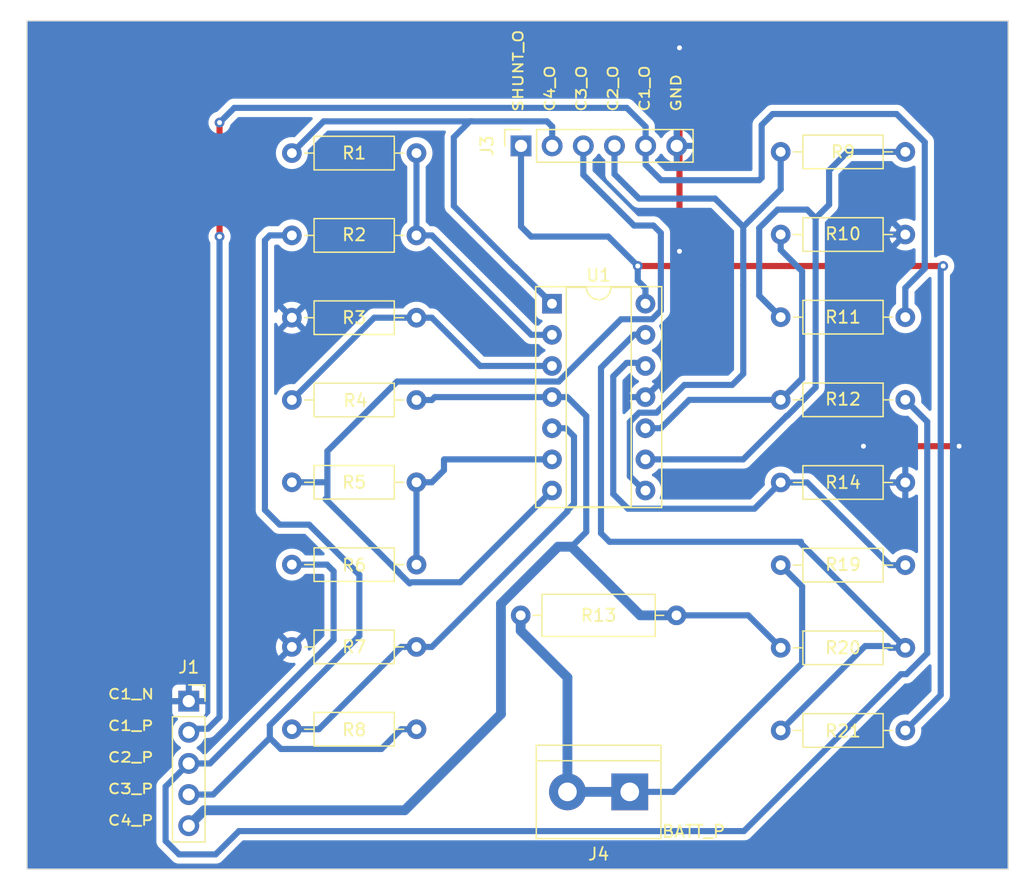
<source format=kicad_pcb>
(kicad_pcb (version 20221018) (generator pcbnew)
  (title_block (title "Multi cells voltage and current meter") (date "2023-11-09") (rev "1.4") (company "@Siyuan Xu"))
  (layers (0 "F.Cu" signal) (31 "B.Cu" signal) (34 "B.Paste" user) (35 "F.Paste" user) (36 "B.SilkS" user "B.Silkscreen") (37 "F.SilkS" user "F.Silkscreen") (38 "B.Mask" user) (39 "F.Mask" user) (44 "Edge.Cuts" user))
  (net 0 "")
  (net 1 "0")
  (net 2 "/C1_OUT")
  (net 3 "/C2_P")
  (net 4 "/C3_P")
  (net 5 "/C4_P")
  (net 6 "/BATT_P_OUT")
  (net 7 "/SHUNT_OUT")
  (net 8 "/C4_OUT")
  (net 9 "/C3_OUT")
  (net 10 "/C2_OUT")
  (net 11 "Net-(U1A--)")
  (net 12 "Net-(U1A-+)")
  (net 13 "Net-(U1B--)")
  (net 14 "Net-(U1B-+)")
  (net 15 "Net-(U1C--)")
  (net 16 "Net-(U1C-+)")
  (net 17 "Net-(U1D-+)")
  (net 18 "Net-(U1D--)")
  (footprint "Resistor_THT:R_Axial_DIN0207_L6.3mm_D2.5mm_P10.16mm_Horizontal" (layer "F.Cu") (at 251.1525 113.5178)
    (fp_text reference "R12" (at 5.08 -0.05) (layer "F.SilkS"))
    (fp_text value "20K")
    (fp_line (start 1.04 0) (end 1.81 0) (stroke (width 0.12)) (layer "F.SilkS"))
    (fp_line (start 1.81 -1.37) (end 1.81 1.37) (stroke (width 0.12)) (layer "F.SilkS"))
    (fp_line (start 1.81 1.37) (end 8.35 1.37) (stroke (width 0.12)) (layer "F.SilkS"))
    (fp_line (start 8.35 -1.37) (end 1.81 -1.37) (stroke (width 0.12)) (layer "F.SilkS"))
    (fp_line (start 8.35 1.37) (end 8.35 -1.37) (stroke (width 0.12)) (layer "F.SilkS"))
    (fp_line (start 9.12 0) (end 8.35 0) (stroke (width 0.12)) (layer "F.SilkS"))
    (pad "1" thru_hole circle (at 0 0) (size 1.6 1.6) (drill 0.8) (layers "*.Cu" "*.Mask") (net 16 "Net-(U1C-+)"))
    (pad "2" thru_hole oval (at 10.16 0) (size 1.6 1.6) (drill 0.8) (layers "*.Cu" "*.Mask") (net 3 "/C2_P"))
  )
  (footprint "Resistor_THT:R_Axial_DIN0309_L9.0mm_D3.2mm_P12.70mm_Horizontal" (layer "F.Cu") (at 242.655 131.1 180)
    (fp_text reference "R13" (at 6.35 0 180) (layer "F.SilkS"))
    (fp_text value "0.01")
    (fp_line (start 1.04 0) (end 1.73 0) (stroke (width 0.12)) (layer "F.SilkS"))
    (fp_line (start 1.73 -1.72) (end 1.73 1.72) (stroke (width 0.12)) (layer "F.SilkS"))
    (fp_line (start 1.73 1.72) (end 10.97 1.72) (stroke (width 0.12)) (layer "F.SilkS"))
    (fp_line (start 10.97 -1.72) (end 1.73 -1.72) (stroke (width 0.12)) (layer "F.SilkS"))
    (fp_line (start 10.97 1.72) (end 10.97 -1.72) (stroke (width 0.12)) (layer "F.SilkS"))
    (fp_line (start 11.66 0) (end 10.97 0) (stroke (width 0.12)) (layer "F.SilkS"))
    (pad "1" thru_hole circle (at 0 0 180) (size 1.6 1.6) (drill 0.8) (layers "*.Cu" "*.Mask") (net 5 "/C4_P"))
    (pad "2" thru_hole oval (at 12.7 0 180) (size 1.6 1.6) (drill 0.8) (layers "*.Cu" "*.Mask") (net 6 "/BATT_P_OUT"))
  )
  (footprint "VAMK_CON:SOCKET_1x6" (layer "F.Cu") (at 229.98 92.8 90)
    (fp_text reference "J3" (at 0 -2.77 90) (layer "F.SilkS"))
    (fp_text value "Conn_01x06_Socket" hide)
    (fp_line (start -1.33 1.27) (end -1.33 14.03) (stroke (width 0.12)) (layer "F.SilkS"))
    (fp_line (start -1.33 1.27) (end 1.33 1.27) (stroke (width 0.12)) (layer "F.SilkS"))
    (fp_line (start -1.33 14.03) (end 1.33 14.03) (stroke (width 0.12)) (layer "F.SilkS"))
    (fp_line (start 0 -1.33) (end 1.33 -1.33) (stroke (width 0.12)) (layer "F.SilkS"))
    (fp_line (start 1.33 -1.33) (end 1.33 0) (stroke (width 0.12)) (layer "F.SilkS"))
    (fp_line (start 1.33 1.27) (end 1.33 14.03) (stroke (width 0.12)) (layer "F.SilkS"))
    (pad "1" thru_hole rect (at 0 0 90) (size 1.7 1.7) (drill 1) (layers "*.Cu" "*.Mask") (net 7 "/SHUNT_OUT"))
    (pad "2" thru_hole oval (at 0 2.54 90) (size 1.7 1.7) (drill 1) (layers "*.Cu" "*.Mask") (net 8 "/C4_OUT"))
    (pad "3" thru_hole oval (at 0 5.08 90) (size 1.7 1.7) (drill 1) (layers "*.Cu" "*.Mask") (net 9 "/C3_OUT"))
    (pad "4" thru_hole oval (at 0 7.62 90) (size 1.7 1.7) (drill 1) (layers "*.Cu" "*.Mask") (net 10 "/C2_OUT"))
    (pad "5" thru_hole oval (at 0 10.16 90) (size 1.7 1.7) (drill 1) (layers "*.Cu" "*.Mask") (net 2 "/C1_OUT"))
    (pad "6" thru_hole oval (at 0 12.7 90) (size 1.7 1.7) (drill 1) (layers "*.Cu" "*.Mask") (net 1 "0"))
  )
  (footprint "Resistor_THT:R_Axial_DIN0207_L6.3mm_D2.5mm_P10.16mm_Horizontal" (layer "F.Cu") (at 251.1525 127.0035)
    (fp_text reference "R19" (at 5.08 -0.05) (layer "F.SilkS"))
    (fp_text value "20K")
    (fp_line (start 1.04 0) (end 1.81 0) (stroke (width 0.12)) (layer "F.SilkS"))
    (fp_line (start 1.81 -1.37) (end 1.81 1.37) (stroke (width 0.12)) (layer "F.SilkS"))
    (fp_line (start 1.81 1.37) (end 8.35 1.37) (stroke (width 0.12)) (layer "F.SilkS"))
    (fp_line (start 8.35 -1.37) (end 1.81 -1.37) (stroke (width 0.12)) (layer "F.SilkS"))
    (fp_line (start 8.35 1.37) (end 8.35 -1.37) (stroke (width 0.12)) (layer "F.SilkS"))
    (fp_line (start 9.12 0) (end 8.35 0) (stroke (width 0.12)) (layer "F.SilkS"))
    (pad "1" thru_hole circle (at 0 0) (size 1.6 1.6) (drill 0.8) (layers "*.Cu" "*.Mask") (net 6 "/BATT_P_OUT"))
    (pad "2" thru_hole oval (at 10.16 0) (size 1.6 1.6) (drill 0.8) (layers "*.Cu" "*.Mask") (net 17 "Net-(U1D-+)"))
  )
  (footprint "Resistor_THT:R_Axial_DIN0207_L6.3mm_D2.5mm_P10.16mm_Horizontal" (layer "F.Cu") (at 211.2975 113.5321)
    (fp_text reference "R4" (at 5.18 0.05) (layer "F.SilkS"))
    (fp_text value "20K")
    (fp_line (start 1.04 0) (end 1.81 0) (stroke (width 0.12)) (layer "F.SilkS"))
    (fp_line (start 1.81 -1.37) (end 1.81 1.37) (stroke (width 0.12)) (layer "F.SilkS"))
    (fp_line (start 1.81 1.37) (end 8.35 1.37) (stroke (width 0.12)) (layer "F.SilkS"))
    (fp_line (start 8.35 -1.37) (end 1.81 -1.37) (stroke (width 0.12)) (layer "F.SilkS"))
    (fp_line (start 8.35 1.37) (end 8.35 -1.37) (stroke (width 0.12)) (layer "F.SilkS"))
    (fp_line (start 9.12 0) (end 8.35 0) (stroke (width 0.12)) (layer "F.SilkS"))
    (pad "1" thru_hole circle (at 0 0) (size 1.6 1.6) (drill 0.8) (layers "*.Cu" "*.Mask") (net 12 "Net-(U1A-+)"))
    (pad "2" thru_hole oval (at 10.16 0) (size 1.6 1.6) (drill 0.8) (layers "*.Cu" "*.Mask") (net 5 "/C4_P"))
  )
  (footprint "Resistor_THT:R_Axial_DIN0207_L6.3mm_D2.5mm_P10.16mm_Horizontal" (layer "F.Cu") (at 211.2975 106.8178)
    (fp_text reference "R3" (at 5.08 0) (layer "F.SilkS"))
    (fp_text value "16K")
    (fp_line (start 1.04 0) (end 1.81 0) (stroke (width 0.12)) (layer "F.SilkS"))
    (fp_line (start 1.81 -1.37) (end 1.81 1.37) (stroke (width 0.12)) (layer "F.SilkS"))
    (fp_line (start 1.81 1.37) (end 8.35 1.37) (stroke (width 0.12)) (layer "F.SilkS"))
    (fp_line (start 8.35 -1.37) (end 1.81 -1.37) (stroke (width 0.12)) (layer "F.SilkS"))
    (fp_line (start 8.35 1.37) (end 8.35 -1.37) (stroke (width 0.12)) (layer "F.SilkS"))
    (fp_line (start 9.12 0) (end 8.35 0) (stroke (width 0.12)) (layer "F.SilkS"))
    (pad "1" thru_hole circle (at 0 0) (size 1.6 1.6) (drill 0.8) (layers "*.Cu" "*.Mask") (net 1 "0"))
    (pad "2" thru_hole oval (at 10.16 0) (size 1.6 1.6) (drill 0.8) (layers "*.Cu" "*.Mask") (net 12 "Net-(U1A-+)"))
  )
  (footprint "Resistor_THT:R_Axial_DIN0207_L6.3mm_D2.5mm_P10.16mm_Horizontal" (layer "F.Cu") (at 211.2975 140.3892)
    (fp_text reference "R8" (at 5.08 0.05) (layer "F.SilkS"))
    (fp_text value "20K")
    (fp_line (start 1.04 0) (end 1.81 0) (stroke (width 0.12)) (layer "F.SilkS"))
    (fp_line (start 1.81 -1.37) (end 1.81 1.37) (stroke (width 0.12)) (layer "F.SilkS"))
    (fp_line (start 1.81 1.37) (end 8.35 1.37) (stroke (width 0.12)) (layer "F.SilkS"))
    (fp_line (start 8.35 -1.37) (end 1.81 -1.37) (stroke (width 0.12)) (layer "F.SilkS"))
    (fp_line (start 8.35 1.37) (end 8.35 -1.37) (stroke (width 0.12)) (layer "F.SilkS"))
    (fp_line (start 9.12 0) (end 8.35 0) (stroke (width 0.12)) (layer "F.SilkS"))
    (pad "1" thru_hole circle (at 0 0) (size 1.6 1.6) (drill 0.8) (layers "*.Cu" "*.Mask") (net 14 "Net-(U1B-+)"))
    (pad "2" thru_hole oval (at 10.16 0) (size 1.6 1.6) (drill 0.8) (layers "*.Cu" "*.Mask") (net 4 "/C3_P"))
  )
  (footprint "Package_DIP:DIP-14_W7.62mm_Socket" (layer "F.Cu") (at 232.505 105.675)
    (fp_text reference "U1" (at 3.81 -2.33) (layer "F.SilkS"))
    (fp_text value "LM324")
    (fp_line (start -1.33 -1.39) (end -1.33 16.63) (stroke (width 0.12)) (layer "F.SilkS"))
    (fp_line (start -1.33 16.63) (end 8.95 16.63) (stroke (width 0.12)) (layer "F.SilkS"))
    (fp_line (start 1.16 -1.33) (end 1.16 16.57) (stroke (width 0.12)) (layer "F.SilkS"))
    (fp_line (start 1.16 16.57) (end 6.46 16.57) (stroke (width 0.12)) (layer "F.SilkS"))
    (fp_line (start 2.81 -1.33) (end 1.16 -1.33) (stroke (width 0.12)) (layer "F.SilkS"))
    (fp_line (start 6.46 -1.33) (end 4.81 -1.33) (stroke (width 0.12)) (layer "F.SilkS"))
    (fp_line (start 6.46 16.57) (end 6.46 -1.33) (stroke (width 0.12)) (layer "F.SilkS"))
    (fp_line (start 8.95 -1.39) (end -1.33 -1.39) (stroke (width 0.12)) (layer "F.SilkS"))
    (fp_line (start 8.95 16.63) (end 8.95 -1.39) (stroke (width 0.12)) (layer "F.SilkS"))
    (fp_arc (start 4.81 -1.33) (mid 3.81 -0.33) (end 2.81 -1.33) (stroke (width 0.12)) (layer "F.SilkS"))
    (pad "1" thru_hole rect (at 0 0) (size 1.6 1.6) (drill 0.8) (layers "*.Cu" "*.Mask") (net 8 "/C4_OUT"))
    (pad "2" thru_hole oval (at 0 2.54) (size 1.6 1.6) (drill 0.8) (layers "*.Cu" "*.Mask") (net 11 "Net-(U1A--)"))
    (pad "3" thru_hole oval (at 0 5.08) (size 1.6 1.6) (drill 0.8) (layers "*.Cu" "*.Mask") (net 12 "Net-(U1A-+)"))
    (pad "4" thru_hole oval (at 0 7.62) (size 1.6 1.6) (drill 0.8) (layers "*.Cu" "*.Mask") (net 5 "/C4_P"))
    (pad "5" thru_hole oval (at 0 10.16) (size 1.6 1.6) (drill 0.8) (layers "*.Cu" "*.Mask") (net 14 "Net-(U1B-+)"))
    (pad "6" thru_hole oval (at 0 12.7) (size 1.6 1.6) (drill 0.8) (layers "*.Cu" "*.Mask") (net 13 "Net-(U1B--)"))
    (pad "7" thru_hole oval (at 0 15.24) (size 1.6 1.6) (drill 0.8) (layers "*.Cu" "*.Mask") (net 9 "/C3_OUT"))
    (pad "8" thru_hole oval (at 7.62 15.24) (size 1.6 1.6) (drill 0.8) (layers "*.Cu" "*.Mask") (net 10 "/C2_OUT"))
    (pad "9" thru_hole oval (at 7.62 12.7) (size 1.6 1.6) (drill 0.8) (layers "*.Cu" "*.Mask") (net 15 "Net-(U1C--)"))
    (pad "10" thru_hole oval (at 7.62 10.16) (size 1.6 1.6) (drill 0.8) (layers "*.Cu" "*.Mask") (net 16 "Net-(U1C-+)"))
    (pad "11" thru_hole oval (at 7.62 7.62) (size 1.6 1.6) (drill 0.8) (layers "*.Cu" "*.Mask") (net 1 "0"))
    (pad "12" thru_hole oval (at 7.62 5.08) (size 1.6 1.6) (drill 0.8) (layers "*.Cu" "*.Mask") (net 17 "Net-(U1D-+)"))
    (pad "13" thru_hole oval (at 7.62 2.54) (size 1.6 1.6) (drill 0.8) (layers "*.Cu" "*.Mask") (net 18 "Net-(U1D--)"))
    (pad "14" thru_hole oval (at 7.62 0) (size 1.6 1.6) (drill 0.8) (layers "*.Cu" "*.Mask") (net 7 "/SHUNT_OUT"))
  )
  (footprint "Resistor_THT:R_Axial_DIN0207_L6.3mm_D2.5mm_P10.16mm_Horizontal" (layer "F.Cu") (at 211.2975 120.2463)
    (fp_text reference "R5" (at 5.08 0) (layer "F.SilkS"))
    (fp_text value "16K")
    (fp_line (start 1.04 0) (end 1.81 0) (stroke (width 0.12)) (layer "F.SilkS"))
    (fp_line (start 1.81 -1.37) (end 1.81 1.37) (stroke (width 0.12)) (layer "F.SilkS"))
    (fp_line (start 1.81 1.37) (end 8.35 1.37) (stroke (width 0.12)) (layer "F.SilkS"))
    (fp_line (start 8.35 -1.37) (end 1.81 -1.37) (stroke (width 0.12)) (layer "F.SilkS"))
    (fp_line (start 8.35 1.37) (end 8.35 -1.37) (stroke (width 0.12)) (layer "F.SilkS"))
    (fp_line (start 9.12 0) (end 8.35 0) (stroke (width 0.12)) (layer "F.SilkS"))
    (pad "1" thru_hole circle (at 0 0) (size 1.6 1.6) (drill 0.8) (layers "*.Cu" "*.Mask") (net 9 "/C3_OUT"))
    (pad "2" thru_hole oval (at 10.16 0) (size 1.6 1.6) (drill 0.8) (layers "*.Cu" "*.Mask") (net 13 "Net-(U1B--)"))
  )
  (footprint "Resistor_THT:R_Axial_DIN0207_L6.3mm_D2.5mm_P10.16mm_Horizontal" (layer "F.Cu") (at 251.1525 133.7463)
    (fp_text reference "R20" (at 5.08 0) (layer "F.SilkS"))
    (fp_text value "20K")
    (fp_line (start 1.04 0) (end 1.81 0) (stroke (width 0.12)) (layer "F.SilkS"))
    (fp_line (start 1.81 -1.37) (end 1.81 1.37) (stroke (width 0.12)) (layer "F.SilkS"))
    (fp_line (start 1.81 1.37) (end 8.35 1.37) (stroke (width 0.12)) (layer "F.SilkS"))
    (fp_line (start 8.35 -1.37) (end 1.81 -1.37) (stroke (width 0.12)) (layer "F.SilkS"))
    (fp_line (start 8.35 1.37) (end 8.35 -1.37) (stroke (width 0.12)) (layer "F.SilkS"))
    (fp_line (start 9.12 0) (end 8.35 0) (stroke (width 0.12)) (layer "F.SilkS"))
    (pad "1" thru_hole circle (at 0 0) (size 1.6 1.6) (drill 0.8) (layers "*.Cu" "*.Mask") (net 5 "/C4_P"))
    (pad "2" thru_hole oval (at 10.16 0) (size 1.6 1.6) (drill 0.8) (layers "*.Cu" "*.Mask") (net 18 "Net-(U1D--)"))
  )
  (footprint "Resistor_THT:R_Axial_DIN0207_L6.3mm_D2.5mm_P10.16mm_Horizontal" (layer "F.Cu") (at 211.2975 133.6749)
    (fp_text reference "R7" (at 5.08 0) (layer "F.SilkS"))
    (fp_text value "16K")
    (fp_line (start 1.04 0) (end 1.81 0) (stroke (width 0.12)) (layer "F.SilkS"))
    (fp_line (start 1.81 -1.37) (end 1.81 1.37) (stroke (width 0.12)) (layer "F.SilkS"))
    (fp_line (start 1.81 1.37) (end 8.35 1.37) (stroke (width 0.12)) (layer "F.SilkS"))
    (fp_line (start 8.35 -1.37) (end 1.81 -1.37) (stroke (width 0.12)) (layer "F.SilkS"))
    (fp_line (start 8.35 1.37) (end 8.35 -1.37) (stroke (width 0.12)) (layer "F.SilkS"))
    (fp_line (start 9.12 0) (end 8.35 0) (stroke (width 0.12)) (layer "F.SilkS"))
    (pad "1" thru_hole circle (at 0 0) (size 1.6 1.6) (drill 0.8) (layers "*.Cu" "*.Mask") (net 1 "0"))
    (pad "2" thru_hole oval (at 10.16 0) (size 1.6 1.6) (drill 0.8) (layers "*.Cu" "*.Mask") (net 14 "Net-(U1B-+)"))
  )
  (footprint "Resistor_THT:R_Axial_DIN0207_L6.3mm_D2.5mm_P10.16mm_Horizontal" (layer "F.Cu") (at 211.2975 100.1035)
    (fp_text reference "R2" (at 5.08 -0.05) (layer "F.SilkS"))
    (fp_text value "20K")
    (fp_line (start 1.04 0) (end 1.81 0) (stroke (width 0.12)) (layer "F.SilkS"))
    (fp_line (start 1.81 -1.37) (end 1.81 1.37) (stroke (width 0.12)) (layer "F.SilkS"))
    (fp_line (start 1.81 1.37) (end 8.35 1.37) (stroke (width 0.12)) (layer "F.SilkS"))
    (fp_line (start 8.35 -1.37) (end 1.81 -1.37) (stroke (width 0.12)) (layer "F.SilkS"))
    (fp_line (start 8.35 1.37) (end 8.35 -1.37) (stroke (width 0.12)) (layer "F.SilkS"))
    (fp_line (start 9.12 0) (end 8.35 0) (stroke (width 0.12)) (layer "F.SilkS"))
    (pad "1" thru_hole circle (at 0 0) (size 1.6 1.6) (drill 0.8) (layers "*.Cu" "*.Mask") (net 4 "/C3_P"))
    (pad "2" thru_hole oval (at 10.16 0) (size 1.6 1.6) (drill 0.8) (layers "*.Cu" "*.Mask") (net 11 "Net-(U1A--)"))
  )
  (footprint "Resistor_THT:R_Axial_DIN0207_L6.3mm_D2.5mm_P10.16mm_Horizontal" (layer "F.Cu") (at 251.1525 106.7749)
    (fp_text reference "R11" (at 5.08 0) (layer "F.SilkS"))
    (fp_text value "20K")
    (fp_line (start 1.04 0) (end 1.81 0) (stroke (width 0.12)) (layer "F.SilkS"))
    (fp_line (start 1.81 -1.37) (end 1.81 1.37) (stroke (width 0.12)) (layer "F.SilkS"))
    (fp_line (start 1.81 1.37) (end 8.35 1.37) (stroke (width 0.12)) (layer "F.SilkS"))
    (fp_line (start 8.35 -1.37) (end 1.81 -1.37) (stroke (width 0.12)) (layer "F.SilkS"))
    (fp_line (start 8.35 1.37) (end 8.35 -1.37) (stroke (width 0.12)) (layer "F.SilkS"))
    (fp_line (start 9.12 0) (end 8.35 0) (stroke (width 0.12)) (layer "F.SilkS"))
    (pad "1" thru_hole circle (at 0 0) (size 1.6 1.6) (drill 0.8) (layers "*.Cu" "*.Mask") (net 15 "Net-(U1C--)"))
    (pad "2" thru_hole oval (at 10.16 0) (size 1.6 1.6) (drill 0.8) (layers "*.Cu" "*.Mask") (net 2 "/C1_OUT"))
  )
  (footprint "Resistor_THT:R_Axial_DIN0207_L6.3mm_D2.5mm_P10.16mm_Horizontal" (layer "F.Cu") (at 251.1525 93.2892)
    (fp_text reference "R9" (at 5.08 0) (layer "F.SilkS"))
    (fp_text value "16K")
    (fp_line (start 1.04 0) (end 1.81 0) (stroke (width 0.12)) (layer "F.SilkS"))
    (fp_line (start 1.81 -1.37) (end 1.81 1.37) (stroke (width 0.12)) (layer "F.SilkS"))
    (fp_line (start 1.81 1.37) (end 8.35 1.37) (stroke (width 0.12)) (layer "F.SilkS"))
    (fp_line (start 8.35 -1.37) (end 1.81 -1.37) (stroke (width 0.12)) (layer "F.SilkS"))
    (fp_line (start 8.35 1.37) (end 8.35 -1.37) (stroke (width 0.12)) (layer "F.SilkS"))
    (fp_line (start 9.12 0) (end 8.35 0) (stroke (width 0.12)) (layer "F.SilkS"))
    (pad "1" thru_hole circle (at 0 0) (size 1.6 1.6) (drill 0.8) (layers "*.Cu" "*.Mask") (net 10 "/C2_OUT"))
    (pad "2" thru_hole oval (at 10.16 0) (size 1.6 1.6) (drill 0.8) (layers "*.Cu" "*.Mask") (net 15 "Net-(U1C--)"))
  )
  (footprint "Resistor_THT:R_Axial_DIN0207_L6.3mm_D2.5mm_P10.16mm_Horizontal" (layer "F.Cu") (at 221.4575 93.3892 180)
    (fp_text reference "R1" (at 5.08 0) (layer "F.SilkS"))
    (fp_text value "16K")
    (fp_line (start 1.04 0) (end 1.81 0) (stroke (width 0.12)) (layer "F.SilkS"))
    (fp_line (start 1.81 -1.37) (end 1.81 1.37) (stroke (width 0.12)) (layer "F.SilkS"))
    (fp_line (start 1.81 1.37) (end 8.35 1.37) (stroke (width 0.12)) (layer "F.SilkS"))
    (fp_line (start 8.35 -1.37) (end 1.81 -1.37) (stroke (width 0.12)) (layer "F.SilkS"))
    (fp_line (start 8.35 1.37) (end 8.35 -1.37) (stroke (width 0.12)) (layer "F.SilkS"))
    (fp_line (start 9.12 0) (end 8.35 0) (stroke (width 0.12)) (layer "F.SilkS"))
    (pad "1" thru_hole circle (at 0 0 180) (size 1.6 1.6) (drill 0.8) (layers "*.Cu" "*.Mask") (net 11 "Net-(U1A--)"))
    (pad "2" thru_hole oval (at 10.16 0 180) (size 1.6 1.6) (drill 0.8) (layers "*.Cu" "*.Mask") (net 8 "/C4_OUT"))
  )
  (footprint "TerminalBlock:TerminalBlock_bornier-2_P5.08mm" (layer "F.Cu") (at 238.845 145.5 180)
    (fp_text reference "J4" (at 2.54 -5.08) (layer "F.SilkS"))
    (fp_text value "Screw_Terminal_01x02" hide)
    (fp_line (start -2.54 -3.81) (end -2.54 3.81) (stroke (width 0.12)) (layer "F.SilkS"))
    (fp_line (start -2.54 3.81) (end 7.62 3.81) (stroke (width 0.12)) (layer "F.SilkS"))
    (fp_line (start 7.62 -3.81) (end -2.54 -3.81) (stroke (width 0.12)) (layer "F.SilkS"))
    (fp_line (start 7.62 2.54) (end -2.54 2.54) (stroke (width 0.12)) (layer "F.SilkS"))
    (fp_line (start 7.62 3.81) (end 7.62 -3.81) (stroke (width 0.12)) (layer "F.SilkS"))
    (pad "1" thru_hole rect (at 0 0 180) (size 3 3) (drill 1.52) (layers "*.Cu" "*.Mask") (net 6 "/BATT_P_OUT"))
    (pad "2" thru_hole circle (at 5.08 0 180) (size 3 3) (drill 1.52) (layers "*.Cu" "*.Mask") (net 6 "/BATT_P_OUT"))
  )
  (footprint "Resistor_THT:R_Axial_DIN0207_L6.3mm_D2.5mm_P10.16mm_Horizontal" (layer "F.Cu") (at 251.1525 140.4892)
    (fp_text reference "R21" (at 5.08 0.05) (layer "F.SilkS"))
    (fp_text value "160K")
    (fp_line (start 1.04 0) (end 1.81 0) (stroke (width 0.12)) (layer "F.SilkS"))
    (fp_line (start 1.81 -1.37) (end 1.81 1.37) (stroke (width 0.12)) (layer "F.SilkS"))
    (fp_line (start 1.81 1.37) (end 8.35 1.37) (stroke (width 0.12)) (layer "F.SilkS"))
    (fp_line (start 8.35 -1.37) (end 1.81 -1.37) (stroke (width 0.12)) (layer "F.SilkS"))
    (fp_line (start 8.35 1.37) (end 8.35 -1.37) (stroke (width 0.12)) (layer "F.SilkS"))
    (fp_line (start 9.12 0) (end 8.35 0) (stroke (width 0.12)) (layer "F.SilkS"))
    (pad "1" thru_hole circle (at 0 0) (size 1.6 1.6) (drill 0.8) (layers "*.Cu" "*.Mask") (net 18 "Net-(U1D--)"))
    (pad "2" thru_hole oval (at 10.16 0) (size 1.6 1.6) (drill 0.8) (layers "*.Cu" "*.Mask") (net 7 "/SHUNT_OUT"))
  )
  (footprint "Resistor_THT:R_Axial_DIN0207_L6.3mm_D2.5mm_P10.16mm_Horizontal" (layer "F.Cu") (at 261.3125 100.0321 180)
    (fp_text reference "R10" (at 5.08 0.05) (layer "F.SilkS"))
    (fp_text value "16K")
    (fp_line (start 1.04 0) (end 1.81 0) (stroke (width 0.12)) (layer "F.SilkS"))
    (fp_line (start 1.81 -1.37) (end 1.81 1.37) (stroke (width 0.12)) (layer "F.SilkS"))
    (fp_line (start 1.81 1.37) (end 8.35 1.37) (stroke (width 0.12)) (layer "F.SilkS"))
    (fp_line (start 8.35 -1.37) (end 1.81 -1.37) (stroke (width 0.12)) (layer "F.SilkS"))
    (fp_line (start 8.35 1.37) (end 8.35 -1.37) (stroke (width 0.12)) (layer "F.SilkS"))
    (fp_line (start 9.12 0) (end 8.35 0) (stroke (width 0.12)) (layer "F.SilkS"))
    (pad "1" thru_hole circle (at 0 0 180) (size 1.6 1.6) (drill 0.8) (layers "*.Cu" "*.Mask") (net 1 "0"))
    (pad "2" thru_hole oval (at 10.16 0 180) (size 1.6 1.6) (drill 0.8) (layers "*.Cu" "*.Mask") (net 16 "Net-(U1C-+)"))
  )
  (footprint "Resistor_THT:R_Axial_DIN0207_L6.3mm_D2.5mm_P10.16mm_Horizontal" (layer "F.Cu") (at 221.4575 126.9606 180)
    (fp_text reference "R6" (at 5.08 -0.05) (layer "F.SilkS"))
    (fp_text value "20K")
    (fp_line (start 1.04 0) (end 1.81 0) (stroke (width 0.12)) (layer "F.SilkS"))
    (fp_line (start 1.81 -1.37) (end 1.81 1.37) (stroke (width 0.12)) (layer "F.SilkS"))
    (fp_line (start 1.81 1.37) (end 8.35 1.37) (stroke (width 0.12)) (layer "F.SilkS"))
    (fp_line (start 8.35 -1.37) (end 1.81 -1.37) (stroke (width 0.12)) (layer "F.SilkS"))
    (fp_line (start 8.35 1.37) (end 8.35 -1.37) (stroke (width 0.12)) (layer "F.SilkS"))
    (fp_line (start 9.12 0) (end 8.35 0) (stroke (width 0.12)) (layer "F.SilkS"))
    (pad "1" thru_hole circle (at 0 0 180) (size 1.6 1.6) (drill 0.8) (layers "*.Cu" "*.Mask") (net 13 "Net-(U1B--)"))
    (pad "2" thru_hole oval (at 10.16 0 180) (size 1.6 1.6) (drill 0.8) (layers "*.Cu" "*.Mask") (net 3 "/C2_P"))
  )
  (footprint "Resistor_THT:R_Axial_DIN0207_L6.3mm_D2.5mm_P10.16mm_Horizontal" (layer "F.Cu") (at 251.1525 120.2606)
    (fp_text reference "R14" (at 5.08 0) (layer "F.SilkS"))
    (fp_text value "160K")
    (fp_line (start 1.04 0) (end 1.81 0) (stroke (width 0.12)) (layer "F.SilkS"))
    (fp_line (start 1.81 -1.37) (end 1.81 1.37) (stroke (width 0.12)) (layer "F.SilkS"))
    (fp_line (start 1.81 1.37) (end 8.35 1.37) (stroke (width 0.12)) (layer "F.SilkS"))
    (fp_line (start 8.35 -1.37) (end 1.81 -1.37) (stroke (width 0.12)) (layer "F.SilkS"))
    (fp_line (start 8.35 1.37) (end 8.35 -1.37) (stroke (width 0.12)) (layer "F.SilkS"))
    (fp_line (start 9.12 0) (end 8.35 0) (stroke (width 0.12)) (layer "F.SilkS"))
    (pad "1" thru_hole circle (at 0 0) (size 1.6 1.6) (drill 0.8) (layers "*.Cu" "*.Mask") (net 17 "Net-(U1D-+)"))
    (pad "2" thru_hole oval (at 10.16 0) (size 1.6 1.6) (drill 0.8) (layers "*.Cu" "*.Mask") (net 1 "0"))
  )
  (footprint "VAMK_CON:SOCKET_1x5" (layer "F.Cu") (at 202.89 138.1)
    (fp_text reference "J1" (at 0 -2.77) (layer "F.SilkS"))
    (fp_text value "Conn_01x05_Socket" hide)
    (fp_line (start -1.33 1.27) (end -1.33 11.49) (stroke (width 0.12)) (layer "F.SilkS"))
    (fp_line (start -1.33 1.27) (end 1.33 1.27) (stroke (width 0.12)) (layer "F.SilkS"))
    (fp_line (start -1.33 11.49) (end 1.33 11.49) (stroke (width 0.12)) (layer "F.SilkS"))
    (fp_line (start 0 -1.33) (end 1.33 -1.33) (stroke (width 0.12)) (layer "F.SilkS"))
    (fp_line (start 1.33 -1.33) (end 1.33 0) (stroke (width 0.12)) (layer "F.SilkS"))
    (fp_line (start 1.33 1.27) (end 1.33 11.49) (stroke (width 0.12)) (layer "F.SilkS"))
    (pad "1" thru_hole rect (at 0 0) (size 1.7 1.7) (drill 1) (layers "*.Cu" "*.Mask") (net 1 "0"))
    (pad "2" thru_hole oval (at 0 2.54) (size 1.7 1.7) (drill 1) (layers "*.Cu" "*.Mask") (net 2 "/C1_OUT"))
    (pad "3" thru_hole oval (at 0 5.08) (size 1.7 1.7) (drill 1) (layers "*.Cu" "*.Mask") (net 3 "/C2_P"))
    (pad "4" thru_hole oval (at 0 7.62) (size 1.7 1.7) (drill 1) (layers "*.Cu" "*.Mask") (net 4 "/C3_P"))
    (pad "5" thru_hole oval (at 0 10.16) (size 1.7 1.7) (drill 1) (layers "*.Cu" "*.Mask") (net 5 "/C4_P"))
  )
  (gr_rect (start 189.7 82.6) (end 269.7 151.8) (stroke (width 0.1)) (fill none) (layer "Edge.Cuts"))
  (gr_text "C1_N\n\nC1_P\n\nC2_P\n\nC3_P\n\nC4_P" (at 196.2 148.3) (layer "F.SilkS") (effects (font (size 0.8 1)) (justify left bottom)))
  (gr_text "BATT_P" (at 241.385 149.31) (layer "F.SilkS") (effects (font (size 1 1)) (justify left bottom)))
  (gr_text "SHUNT_O\n\nC4_O\n\nC3_O\n\nC2_O\n\nC1_O\n\nGND" (at 243.1 90.1 90) (layer "F.SilkS") (effects (font (size 0.8 1)) (justify left bottom)))
  (segment (start 242.9 101.4) (end 242.9 84.8) (width 0.5) (layer "F.Cu") (net 1))
  (segment (start 257.9 117.3) (end 265.7 117.3) (width 0.5) (layer "F.Cu") (net 1))
  (via (at 242.9 101.4) (size 0.8) (drill 0.4) (layers "F.Cu" "B.Cu") (net 1))
  (via (at 265.7 117.3) (size 0.8) (drill 0.4) (layers "F.Cu" "B.Cu") (net 1))
  (via (at 242.9 84.8) (size 0.8) (drill 0.4) (layers "F.Cu" "B.Cu") (net 1))
  (via (at 257.9 117.3) (size 0.8) (drill 0.4) (layers "F.Cu" "B.Cu") (net 1))
  (segment (start 192.6 100.4) (end 192.6 137) (width 0.5) (layer "B.Cu") (net 1))
  (segment (start 244.6 86.5) (end 246.3 84.8) (width 0.5) (layer "B.Cu") (net 1))
  (segment (start 194.4 97.1) (end 192.6 98.9) (width 0.5) (layer "B.Cu") (net 1))
  (segment (start 211.2975 106.8178) (end 213.4 104.7153) (width 0.5) (layer "B.Cu") (net 1))
  (segment (start 257.9 101.2) (end 259.0679 100.0321) (width 0.5) (layer "B.Cu") (net 1))
  (segment (start 265.7 90.1) (end 260.4 84.8) (width 0.5) (layer "B.Cu") (net 1))
  (segment (start 207.7 130.0774) (end 207.7 98.5) (width 0.5) (layer "B.Cu") (net 1))
  (segment (start 213.4 104.7153) (end 213.4 98.4) (width 0.5) (layer "B.Cu") (net 1))
  (segment (start 192.6 98.9) (end 192.6 100.4) (width 0.5) (layer "B.Cu") (net 1))
  (segment (start 212.1 97.1) (end 209.1 97.1) (width 0.5) (layer "B.Cu") (net 1))
  (segment (start 261.3125 120.2606) (end 258.6606 120.2606) (width 0.5) (layer "B.Cu") (net 1))
  (segment (start 244.6 89.4) (end 244.6 86.5) (width 0.5) (layer "B.Cu") (net 1))
  (segment (start 242.68 91.32) (end 244.6 89.4) (width 0.5) (layer "B.Cu") (net 1))
  (segment (start 242.68 92.8) (end 242.68 91.32) (width 0.5) (layer "B.Cu") (net 1))
  (segment (start 192.6 86.3) (end 192.6 100.4) (width 0.5) (layer "B.Cu") (net 1))
  (segment (start 211.2975 133.6749) (end 207.7 130.0774) (width 0.5) (layer "B.Cu") (net 1))
  (segment (start 265.7 117.3) (end 265.7 90.1) (width 0.5) (layer "B.Cu") (net 1))
  (segment (start 207.7 98.5) (end 209.1 97.1) (width 0.5) (layer "B.Cu") (net 1))
  (segment (start 213.4 98.4) (end 212.1 97.1) (width 0.5) (layer "B.Cu") (net 1))
  (segment (start 258.6606 120.2606) (end 257.9 119.5) (width 0.5) (layer "B.Cu") (net 1))
  (segment (start 192.7 100.3) (end 192.6 100.4) (width 0.5) (layer "B.Cu") (net 1))
  (segment (start 242.9 110.52) (end 240.125 113.295) (width 0.5) (layer "B.Cu") (net 1))
  (segment (start 194.1 84.8) (end 192.7 86.2) (width 0.5) (layer "B.Cu") (net 1))
  (segment (start 260.4 84.8) (end 246.3 84.8) (width 0.5) (layer "B.Cu") (net 1))
  (segment (start 209.1 97.1) (end 194.4 97.1) (width 0.5) (layer "B.Cu") (net 1))
  (segment (start 193.7 138.1) (end 202.89 138.1) (width 0.5) (layer "B.Cu") (net 1))
  (segment (start 242.9 84.8) (end 194.1 84.8) (width 0.5) (layer "B.Cu") (net 1))
  (segment (start 242.9 101.4) (end 242.9 110.52) (width 0.5) (layer "B.Cu") (net 1))
  (segment (start 257.9 119.5) (end 257.9 101.2) (width 0.5) (layer "B.Cu") (net 1))
  (segment (start 259.0679 100.0321) (end 261.3125 100.0321) (width 0.5) (layer "B.Cu") (net 1))
  (segment (start 194.1 84.8) (end 192.6 86.3) (width 0.5) (layer "B.Cu") (net 1))
  (segment (start 246.3 84.8) (end 194.1 84.8) (width 0.5) (layer "B.Cu") (net 1))
  (segment (start 192.6 137) (end 193.7 138.1) (width 0.5) (layer "B.Cu") (net 1))
  (segment (start 192.7 86.2) (end 192.7 100.3) (width 0.5) (layer "B.Cu") (net 1))
  (segment (start 205.4 90.9) (end 205.4 100.2) (width 0.5) (layer "F.Cu") (net 2))
  (via (at 205.4 100.2) (size 0.8) (drill 0.4) (layers "F.Cu" "B.Cu") (net 2))
  (via (at 205.4 90.9) (size 0.8) (drill 0.4) (layers "F.Cu" "B.Cu") (net 2))
  (segment (start 262.9 92.5) (end 260.6 90.2) (width 0.5) (layer "B.Cu") (net 2))
  (segment (start 250.5 90.2) (end 249.6 91.1) (width 0.5) (layer "B.Cu") (net 2))
  (segment (start 205.4 139.4) (end 204.45 140.35) (width 0.5) (layer "B.Cu") (net 2))
  (segment (start 206.6 89.7) (end 238.6 89.7) (width 0.5) (layer "B.Cu") (net 2))
  (segment (start 261.3125 106.7749) (end 261.3125 104.3875) (width 0.5) (layer "B.Cu") (net 2))
  (segment (start 241.4 95.6) (end 240.14 94.34) (width 0.5) (layer "B.Cu") (net 2))
  (segment (start 262.9 102.8) (end 262.9 92.5) (width 0.5) (layer "B.Cu") (net 2))
  (segment (start 204.45 140.35) (end 202.89 140.35) (width 0.5) (layer "B.Cu") (net 2))
  (segment (start 260.6 90.2) (end 250.5 90.2) (width 0.5) (layer "B.Cu") (net 2))
  (segment (start 205.4 100.2) (end 205.4 139.4) (width 0.5) (layer "B.Cu") (net 2))
  (segment (start 261.3125 104.3875) (end 262.9 102.8) (width 0.5) (layer "B.Cu") (net 2))
  (segment (start 249.6 95.4) (end 249.4 95.6) (width 0.5) (layer "B.Cu") (net 2))
  (segment (start 240.14 91.24) (end 240.14 92.8) (width 0.5) (layer "B.Cu") (net 2))
  (segment (start 249.4 95.6) (end 241.4 95.6) (width 0.5) (layer "B.Cu") (net 2))
  (segment (start 249.6 91.1) (end 249.6 95.4) (width 0.5) (layer "B.Cu") (net 2))
  (segment (start 205.5 100.1) (end 205.4 100.2) (width 0.5) (layer "B.Cu") (net 2))
  (segment (start 205.4 90.9) (end 206.6 89.7) (width 0.5) (layer "B.Cu") (net 2))
  (segment (start 240.14 94.34) (end 240.14 92.8) (width 0.5) (layer "B.Cu") (net 2))
  (segment (start 238.6 89.7) (end 240.14 91.24) (width 0.5) (layer "B.Cu") (net 2))
  (segment (start 248.1563 148.7) (end 260.9563 135.9) (width 0.5) (layer "B.Cu") (net 3))
  (segment (start 214.1606 126.9606) (end 214.7 127.5) (width 0.5) (layer "B.Cu") (net 3))
  (segment (start 261.4 135.9) (end 263.1 134.2) (width 0.5) (layer "B.Cu") (net 3))
  (segment (start 211.2975 126.9606) (end 214.1606 126.9606) (width 0.5) (layer "B.Cu") (net 3))
  (segment (start 202.89 143.18) (end 201 145.07) (width 0.5) (layer "B.Cu") (net 3))
  (segment (start 206.9814 148.7) (end 248.1563 148.7) (width 0.5) (layer "B.Cu") (net 3))
  (segment (start 205.0814 150.6) (end 206.9814 148.7) (width 0.5) (layer "B.Cu") (net 3))
  (segment (start 214.7 133.1) (end 204.62 143.18) (width 0.5) (layer "B.Cu") (net 3))
  (segment (start 201 145.07) (end 201 149.5) (width 0.5) (layer "B.Cu") (net 3))
  (segment (start 204.62 143.18) (end 202.89 143.18) (width 0.5) (layer "B.Cu") (net 3))
  (segment (start 201 149.5) (end 202.1 150.6) (width 0.5) (layer "B.Cu") (net 3))
  (segment (start 263.1 134.2) (end 263.1 115.3053) (width 0.5) (layer "B.Cu") (net 3))
  (segment (start 202.1 150.6) (end 205.0814 150.6) (width 0.5) (layer "B.Cu") (net 3))
  (segment (start 260.9563 135.9) (end 261.4 135.9) (width 0.5) (layer "B.Cu") (net 3))
  (segment (start 263.1 115.3053) (end 261.3125 113.5178) (width 0.5) (layer "B.Cu") (net 3))
  (segment (start 214.7 127.5) (end 214.7 133.1) (width 0.5) (layer "B.Cu") (net 3))
  (segment (start 209.5035 100.1035) (end 211.2975 100.1035) (width 0.5) (layer "B.Cu") (net 4))
  (segment (start 210.3 123.7) (end 209.1 122.5) (width 0.5) (layer "B.Cu") (net 4))
  (segment (start 212.7 123.7) (end 210.3 123.7) (width 0.5) (layer "B.Cu") (net 4))
  (segment (start 216.8 132.7675) (end 216.8 127.8) (width 0.5) (layer "B.Cu") (net 4))
  (segment (start 209.5 140.0675) (end 216.8 132.7675) (width 0.5) (layer "B.Cu") (net 4))
  (segment (start 209.5 141.1) (end 204.88 145.72) (width 0.5) (layer "B.Cu") (net 4))
  (segment (start 209.5 141.1) (end 209.5 140.0675) (width 0.5) (layer "B.Cu") (net 4))
  (segment (start 210.4 142) (end 218.5948 142) (width 0.5) (layer "B.Cu") (net 4))
  (segment (start 220.2056 140.3892) (end 221.4575 140.3892) (width 0.5) (layer "B.Cu") (net 4))
  (segment (start 209.5 100.1) (end 209.5035 100.1035) (width 0.5) (layer "B.Cu") (net 4))
  (segment (start 209.1 122.5) (end 209.1 100.5) (width 0.5) (layer "B.Cu") (net 4))
  (segment (start 204.88 145.72) (end 202.89 145.72) (width 0.5) (layer "B.Cu") (net 4))
  (segment (start 209.1 100.5) (end 209.5 100.1) (width 0.5) (layer "B.Cu") (net 4))
  (segment (start 218.5948 142) (end 220.2056 140.3892) (width 0.5) (layer "B.Cu") (net 4))
  (segment (start 216.8 127.8) (end 212.7 123.7) (width 0.5) (layer "B.Cu") (net 4))
  (segment (start 209.5 141.1) (end 210.4 142) (width 0.5) (layer "B.Cu") (net 4))
  (segment (start 232.505 113.295) (end 233.7569 113.295) (width 0.5) (layer "B.Cu") (net 5))
  (segment (start 220.5 147) (end 204.15 147) (width 0.8) (layer "B.Cu") (net 5))
  (segment (start 204.15 147) (end 202.89 148.26) (width 0.8) (layer "B.Cu") (net 5))
  (segment (start 234.1 125.5) (end 239.7 131.1) (width 0.8) (layer "B.Cu") (net 5))
  (segment (start 222.9465 113.295) (end 222.7094 113.5321) (width 0.5) (layer "B.Cu") (net 5))
  (segment (start 233.7569 113.295) (end 235.3 114.8381) (width 0.5) (layer "B.Cu") (net 5))
  (segment (start 248.5062 131.1) (end 251.1525 133.7463) (width 0.5) (layer "B.Cu") (net 5))
  (segment (start 228.3446 130.1554) (end 228.3446 139.1554) (width 0.8) (layer "B.Cu") (net 5))
  (segment (start 228.3446 139.1554) (end 220.5 147) (width 0.8) (layer "B.Cu") (net 5))
  (segment (start 233 125.5) (end 228.3446 130.1554) (width 0.8) (layer "B.Cu") (net 5))
  (segment (start 232.505 113.295) (end 222.9465 113.295) (width 0.5) (layer "B.Cu") (net 5))
  (segment (start 242.655 131.1) (end 248.5062 131.1) (width 0.5) (layer "B.Cu") (net 5))
  (segment (start 221.4575 113.5321) (end 222.7094 113.5321) (width 0.5) (layer "B.Cu") (net 5))
  (segment (start 234.1 125.5) (end 233 125.5) (width 0.8) (layer "B.Cu") (net 5))
  (segment (start 235.3 114.8381) (end 235.3 124.3) (width 0.5) (layer "B.Cu") (net 5))
  (segment (start 239.7 131.1) (end 242.655 131.1) (width 0.8) (layer "B.Cu") (net 5))
  (segment (start 235.3 124.3) (end 234.1 125.5) (width 0.5) (layer "B.Cu") (net 5))
  (segment (start 233.765 145.5) (end 238.845 145.5) (width 0.8) (layer "B.Cu") (net 6))
  (segment (start 233.765 136.1619) (end 229.955 132.3519) (width 0.8) (layer "B.Cu") (net 6))
  (segment (start 229.955 131.1) (end 229.955 132.3519) (width 0.8) (layer "B.Cu") (net 6))
  (segment (start 242.4 145.5) (end 238.845 145.5) (width 0.5) (layer "B.Cu") (net 6))
  (segment (start 252.9 135) (end 242.4 145.5) (width 0.5) (layer "B.Cu") (net 6))
  (segment (start 251.1525 127.0035) (end 252.9 128.751) (width 0.5) (layer "B.Cu") (net 6))
  (segment (start 233.765 145.5) (end 233.765 136.1619) (width 0.8) (layer "B.Cu") (net 6))
  (segment (start 252.9 128.751) (end 252.9 135) (width 0.5) (layer "B.Cu") (net 6))
  (segment (start 264.4 102.6) (end 239.5 102.6) (width 0.5) (layer "F.Cu") (net 7))
  (via (at 239.5 102.6) (size 0.8) (drill 0.4) (layers "F.Cu" "B.Cu") (net 7))
  (via (at 264.4 102.6) (size 0.8) (drill 0.4) (layers "F.Cu" "B.Cu") (net 7))
  (segment (start 264.2 137.6017) (end 261.3125 140.4892) (width 0.5) (layer "B.Cu") (net 7))
  (segment (start 264.2 102.6) (end 264.2 137.6017) (width 0.5) (layer "B.Cu") (net 7))
  (segment (start 239.5 102.6) (end 237.1 100.2) (width 0.5) (layer "B.Cu") (net 7))
  (segment (start 229.98 99.38) (end 229.98 92.8) (width 0.5) (layer "B.Cu") (net 7))
  (segment (start 237.1 100.2) (end 230.8 100.2) (width 0.5) (layer "B.Cu") (net 7))
  (segment (start 239.5 102.6) (end 239.5 103.7981) (width 0.5) (layer "B.Cu") (net 7))
  (segment (start 240.125 104.4231) (end 240.125 105.675) (width 0.5) (layer "B.Cu") (net 7))
  (segment (start 230.8 100.2) (end 229.98 99.38) (width 0.5) (layer "B.Cu") (net 7))
  (segment (start 239.5 103.7981) (end 240.125 104.4231) (width 0.5) (layer "B.Cu") (net 7))
  (segment (start 213.8867 90.8) (end 214.1867 90.8) (width 0.5) (layer "B.Cu") (net 8))
  (segment (start 229.47 102.67) (end 224.5 97.7) (width 0.5) (layer "B.Cu") (net 8))
  (segment (start 211.2975 93.3892) (end 213.8867 90.8) (width 0.5) (layer "B.Cu") (net 8))
  (segment (start 229.5 102.67) (end 229.47 102.67) (width 0.5) (layer "B.Cu") (net 8))
  (segment (start 232.1 90.8) (end 226 90.8) (width 0.5) (layer "B.Cu") (net 8))
  (segment (start 232.52 91.22) (end 232.1 90.8) (width 0.5) (layer "B.Cu") (net 8))
  (segment (start 232.505 105.675) (end 229.5 102.67) (width 0.5) (layer "B.Cu") (net 8))
  (segment (start 224.5 92.1) (end 225.8 90.8) (width 0.5) (layer "B.Cu") (net 8))
  (segment (start 224.5 97.7) (end 224.5 92.1) (width 0.5) (layer "B.Cu") (net 8))
  (segment (start 225.8 90.8) (end 226 90.8) (width 0.5) (layer "B.Cu") (net 8))
  (segment (start 226 90.8) (end 214.1867 90.8) (width 0.5) (layer "B.Cu") (net 8))
  (segment (start 232.52 92.8) (end 232.52 91.22) (width 0.5) (layer "B.Cu") (net 8))
  (segment (start 219.8749 112.0251) (end 214.1921 117.7079) (width 0.5) (layer "B.Cu") (net 9))
  (segment (start 238.1326 106.945) (end 233.0525 112.0251) (width 0.5) (layer "B.Cu") (net 9))
  (segment (start 240.6683 106.945) (end 238.1326 106.945) (width 0.5) (layer "B.Cu") (net 9))
  (segment (start 235.06 92.8) (end 235.06 95.16) (width 0.5) (layer "B.Cu") (net 9))
  (segment (start 241.3816 99.9024) (end 241.3816 106.2317) (width 0.5) (layer "B.Cu") (net 9))
  (segment (start 239.2 99.3) (end 240.7792 99.3) (width 0.5) (layer "B.Cu") (net 9))
  (segment (start 233.0525 112.0251) (end 219.8749 112.0251) (width 0.5) (layer "B.Cu") (net 9))
  (segment (start 221.058422 128.4) (end 225.02 128.4) (width 0.5) (layer "B.Cu") (net 9))
  (segment (start 214.0346 121.613622) (end 220 127.579022) (width 0.5) (layer "B.Cu") (net 9))
  (segment (start 240.7792 99.3) (end 241.3816 99.9024) (width 0.5) (layer "B.Cu") (net 9))
  (segment (start 241.3816 106.2317) (end 240.6683 106.945) (width 0.5) (layer "B.Cu") (net 9))
  (segment (start 235.06 95.16) (end 239.2 99.3) (width 0.5) (layer "B.Cu") (net 9))
  (segment (start 225.02 128.4) (end 232.505 120.915) (width 0.5) (layer "B.Cu") (net 9))
  (segment (start 211.2975 120.2463) (end 214.1921 120.2463) (width 0.5) (layer "B.Cu") (net 9))
  (segment (start 214.1921 120.2463) (end 214.1921 121.5127) (width 0.5) (layer "B.Cu") (net 9))
  (segment (start 220 127.6) (end 220.900922 128.500922) (width 0.5) (layer "B.Cu") (net 9))
  (segment (start 214.1921 117.7079) (end 214.1921 120.2463) (width 0.5) (layer "B.Cu") (net 9))
  (segment (start 243.3 112.3) (end 247.2 112.3) (width 0.5) (layer "B.Cu") (net 10))
  (segment (start 248.1 99.4) (end 248.1 104.1416) (width 0.5) (layer "B.Cu") (net 10))
  (segment (start 239.6097 114.565) (end 241.035 114.565) (width 0.5) (layer "B.Cu") (net 10))
  (segment (start 238.852 115.3227) (end 239.6097 114.565) (width 0.5) (layer "B.Cu") (net 10))
  (segment (start 240.015 120.915) (end 238.852 119.752) (width 0.5) (layer "B.Cu") (net 10))
  (segment (start 239.6 97.1) (end 245.8 97.1) (width 0.5) (layer "B.Cu") (net 10))
  (segment (start 238.852 119.752) (end 238.852 115.3227) (width 0.5) (layer "B.Cu") (net 10))
  (segment (start 248.1 111.4) (end 248.1 104.1416) (width 0.5) (layer "B.Cu") (net 10))
  (segment (start 240.125 120.915) (end 240.015 120.915) (width 0.5) (layer "B.Cu") (net 10))
  (segment (start 237.6 92.8) (end 237.6 95.1) (width 0.5) (layer "B.Cu") (net 10))
  (segment (start 247.2 112.3) (end 248.1 111.4) (width 0.5) (layer "B.Cu") (net 10))
  (segment (start 237.6 95.1) (end 239.6 97.1) (width 0.5) (layer "B.Cu") (net 10))
  (segment (start 251.1525 93.2892) (end 251.1525 96.3475) (width 0.5) (layer "B.Cu") (net 10))
  (segment (start 251.1525 96.3475) (end 248.1 99.4) (width 0.5) (layer "B.Cu") (net 10))
  (segment (start 245.8 97.1) (end 248.1 99.4) (width 0.5) (layer "B.Cu") (net 10))
  (segment (start 241.035 114.565) (end 243.3 112.3) (width 0.5) (layer "B.Cu") (net 10))
  (segment (start 232.505 108.215) (end 230.8209 108.215) (width 0.5) (layer "B.Cu") (net 11))
  (segment (start 222.0835 100.1035) (end 221.4575 99.4775) (width 0.5) (layer "B.Cu") (net 11))
  (segment (start 222.0835 100.1035) (end 222.7094 100.1035) (width 0.5) (layer "B.Cu") (net 11))
  (segment (start 221.4575 99.4775) (end 221.4575 93.3892) (width 0.5) (layer "B.Cu") (net 11))
  (segment (start 230.8209 108.215) (end 222.7094 100.1035) (width 0.5) (layer "B.Cu") (net 11))
  (segment (start 221.4575 100.1035) (end 222.0835 100.1035) (width 0.5) (layer "B.Cu") (net 11))
  (segment (start 218.0118 106.8178) (end 221.4575 106.8178) (width 0.5) (layer "B.Cu") (net 12))
  (segment (start 232.505 110.755) (end 226.6466 110.755) (width 0.5) (layer "B.Cu") (net 12))
  (segment (start 221.4575 106.8178) (end 222.7094 106.8178) (width 0.5) (layer "B.Cu") (net 12))
  (segment (start 226.6466 110.755) (end 222.7094 106.8178) (width 0.5) (layer "B.Cu") (net 12))
  (segment (start 211.2975 113.5321) (end 218.0118 106.8178) (width 0.5) (layer "B.Cu") (net 12))
  (segment (start 223.7 118.4) (end 223.725 118.375) (width 0.5) (layer "B.Cu") (net 13))
  (segment (start 223.7 119.2557) (end 223.7 118.4) (width 0.5) (layer "B.Cu") (net 13))
  (segment (start 222.7094 120.2463) (end 223.7 119.2557) (width 0.5) (layer "B.Cu") (net 13))
  (segment (start 222.7094 120.2463) (end 221.4575 120.2463) (width 0.5) (layer "B.Cu") (net 13))
  (segment (start 221.4575 126.9606) (end 221.4575 120.2463) (width 0.5) (layer "B.Cu") (net 13))
  (segment (start 223.725 118.375) (end 232.505 118.375) (width 0.5) (layer "B.Cu") (net 13))
  (segment (start 221.4575 133.6749) (end 220.2056 133.6749) (width 0.5) (layer "B.Cu") (net 14))
  (segment (start 213.4913 140.3892) (end 220.2056 133.6749) (width 0.5) (layer "B.Cu") (net 14))
  (segment (start 233.7696 122.6147) (end 233.7696 122.5304) (width 0.5) (layer "B.Cu") (net 14))
  (segment (start 234.3 116.5) (end 233.635 115.835) (width 0.5) (layer "B.Cu") (net 14))
  (segment (start 233.7696 122.5304) (end 234.3 122) (width 0.5) (layer "B.Cu") (net 14))
  (segment (start 234.3 122) (end 234.3 116.5) (width 0.5) (layer "B.Cu") (net 14))
  (segment (start 222.7094 133.6749) (end 233.7696 122.6147) (width 0.5) (layer "B.Cu") (net 14))
  (segment (start 211.2975 140.3892) (end 213.4913 140.3892) (width 0.5) (layer "B.Cu") (net 14))
  (segment (start 221.4575 133.6749) (end 222.7094 133.6749) (width 0.5) (layer "B.Cu") (net 14))
  (segment (start 233.635 115.835) (end 232.505 115.835) (width 0.5) (layer "B.Cu") (net 14))
  (segment (start 248.0964 118.375) (end 251.6536 114.8178) (width 0.5) (layer "B.Cu") (net 15))
  (segment (start 251.690978 114.8178) (end 254 112.508778) (width 0.5) (layer "B.Cu") (net 15))
  (segment (start 255.1 94.8) (end 256.6108 93.2892) (width 0.5) (layer "B.Cu") (net 15))
  (segment (start 256.6108 93.2892) (end 261.3125 93.2892) (width 0.5) (layer "B.Cu") (net 15))
  (segment (start 251.6536 114.8178) (end 251.690978 114.8178) (width 0.5) (layer "B.Cu") (net 15))
  (segment (start 240.125 118.375) (end 248.0964 118.375) (width 0.5) (layer "B.Cu") (net 15))
  (segment (start 249.4 99.5) (end 249.4 105.0224) (width 0.5) (layer "B.Cu") (net 15))
  (segment (start 254 98.7) (end 255.1 97.6) (width 0.5) (layer "B.Cu") (net 15))
  (segment (start 255.1 97.6) (end 255.1 94.8) (width 0.5) (layer "B.Cu") (net 15))
  (segment (start 254 98.7) (end 253.3 98) (width 0.5) (layer "B.Cu") (net 15))
  (segment (start 254 112.508778) (end 254 98.7) (width 0.5) (layer "B.Cu") (net 15))
  (segment (start 249.4 105.0224) (end 251.1525 106.7749) (width 0.5) (layer "B.Cu") (net 15))
  (segment (start 253.3 98) (end 250.9 98) (width 0.5) (layer "B.Cu") (net 15))
  (segment (start 250.9 98) (end 249.4 99.5) (width 0.5) (layer "B.Cu") (net 15))
  (segment (start 251.1525 113.5178) (end 243.6941 113.5178) (width 0.5) (layer "B.Cu") (net 16))
  (segment (start 251.1525 113.5178) (end 252.9 111.7703) (width 0.5) (layer "B.Cu") (net 16))
  (segment (start 243.6941 113.5178) (end 241.3769 115.835) (width 0.5) (layer "B.Cu") (net 16))
  (segment (start 240.125 115.835) (end 241.3769 115.835) (width 0.5) (layer "B.Cu") (net 16))
  (segment (start 252.9 103.0315) (end 251.1525 101.284) (width 0.5) (layer "B.Cu") (net 16))
  (segment (start 252.9 111.7703) (end 252.9 103.0315) (width 0.5) (layer "B.Cu") (net 16))
  (segment (start 251.1525 101.284) (end 251.1525 100.0321) (width 0.5) (layer "B.Cu") (net 16))
  (segment (start 239.87 110.5) (end 240.125 110.755) (width 0.5) (layer "B.Cu") (net 17))
  (segment (start 237.5 111.6) (end 238.6 110.5) (width 0.5) (layer "B.Cu") (net 17))
  (segment (start 237.5 121.2) (end 237.5 111.6) (width 0.5) (layer "B.Cu") (net 17))
  (segment (start 238.7 122.4) (end 237.5 121.2) (width 0.5) (layer "B.Cu") (net 17))
  (segment (start 238.6 110.5) (end 239.87 110.5) (width 0.5) (layer "B.Cu") (net 17))
  (segment (start 249.0131 122.4) (end 238.7 122.4) (width 0.5) (layer "B.Cu") (net 17))
  (segment (start 253.3177 120.2606) (end 251.1525 120.2606) (width 0.5) (layer "B.Cu") (net 17))
  (segment (start 261.3125 127.0035) (end 260.0606 127.0035) (width 0.5) (layer "B.Cu") (net 17))
  (segment (start 260.0606 127.0035) (end 253.3177 120.2606) (width 0.5) (layer "B.Cu") (net 17))
  (segment (start 251.1525 120.2606) (end 249.0131 122.4) (width 0.5) (layer "B.Cu") (net 17))
  (segment (start 261.3125 133.7463) (end 260.0606 133.7463) (width 0.5) (layer "B.Cu") (net 18))
  (segment (start 236.5 124.4) (end 237.2 125.1) (width 0.5) (layer "B.Cu") (net 18))
  (segment (start 239.2 108.2) (end 236.5 110.9) (width 0.5) (layer "B.Cu") (net 18))
  (segment (start 252.8 125.2338) (end 261.3125 133.7463) (width 0.5) (layer "B.Cu") (net 18))
  (segment (start 258.0362 133.6055) (end 259.9198 133.6055) (width 0.5) (layer "B.Cu") (net 18))
  (segment (start 240.125 108.215) (end 240.11 108.2) (width 0.5) (layer "B.Cu") (net 18))
  (segment (start 237.2 125.1) (end 252.8 125.1) (width 0.5) (layer "B.Cu") (net 18))
  (segment (start 236.5 110.9) (end 236.5 124.4) (width 0.5) (layer "B.Cu") (net 18))
  (segment (start 240.11 108.2) (end 239.2 108.2) (width 0.5) (layer "B.Cu") (net 18))
  (segment (start 252.8 125.1) (end 252.8 125.2338) (width 0.5) (layer "B.Cu") (net 18))
  (segment (start 259.9198 133.6055) (end 260.0606 133.7463) (width 0.5) (layer "B.Cu") (net 18))
  (segment (start 251.1525 140.4892) (end 258.0362 133.6055) (width 0.5) (layer "B.Cu") (net 18))
  (zone (net 1) (net_name "0") (layer "B.Cu") (connect_pads (clearance 0.5)) (min_thickness 0.25) (fill yes (thermal_gap 0.5) (thermal_bridge_width 0.5))
    (polygon (pts (xy 270.7 81.45) (xy 271 153.75) (xy 188.4 153.2) (xy 187.5 80.9)))
  )
)
</source>
